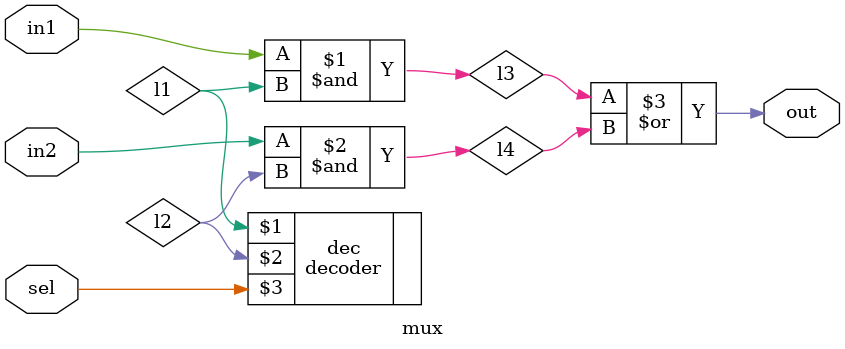
<source format=v>

module mux(out, in1, in2, sel);
    output out;
    input in1, in2, sel;
    wire l1, l2, l3, l4;
    
    decoder dec(l1, l2, sel);
    
    and A1(l3, in1, l1);
    and A2(l4, in2, l2);
        
    or  O(out, l3, l4);
    
endmodule
    
</source>
